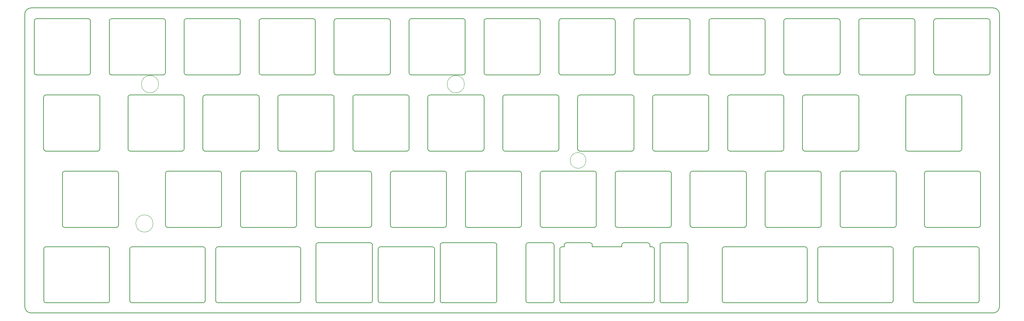
<source format=gbr>
%TF.GenerationSoftware,KiCad,Pcbnew,(7.99.0-267-g8440d7258b)*%
%TF.CreationDate,2023-03-29T00:46:39-07:00*%
%TF.ProjectId,minibaen r2,6d696e69-6261-4656-9e20-72322e6b6963,rev?*%
%TF.SameCoordinates,Original*%
%TF.FileFunction,Profile,NP*%
%FSLAX46Y46*%
G04 Gerber Fmt 4.6, Leading zero omitted, Abs format (unit mm)*
G04 Created by KiCad (PCBNEW (7.99.0-267-g8440d7258b)) date 2023-03-29 00:46:39*
%MOMM*%
%LPD*%
G01*
G04 APERTURE LIST*
%TA.AperFunction,Profile*%
%ADD10C,0.100000*%
%TD*%
%TA.AperFunction,Profile*%
%ADD11C,0.200000*%
%TD*%
G04 APERTURE END LIST*
D10*
X23999261Y-9525000D02*
G75*
G03*
X23999261Y-9525000I-2155261J0D01*
G01*
X22602261Y-44323000D02*
G75*
G03*
X22602261Y-44323000I-2155261J0D01*
G01*
X100199261Y-9525000D02*
G75*
G03*
X100199261Y-9525000I-2155261J0D01*
G01*
X130499656Y-28575000D02*
G75*
G03*
X130499656Y-28575000I-1975656J0D01*
G01*
D11*
X228456250Y-63650000D02*
X228456250Y-50650000D01*
X227956250Y-50150000D02*
X225575000Y-50150000D01*
X225575000Y-64150000D02*
X227956250Y-64150000D01*
X228456200Y-50650000D02*
G75*
G03*
X227956250Y-50150000I-500000J0D01*
G01*
X227956250Y-64150050D02*
G75*
G03*
X228456250Y-63650000I-50J500050D01*
G01*
X212075000Y-50650000D02*
X212075000Y-63650000D01*
X214956250Y-50150000D02*
X212575000Y-50150000D01*
X225575000Y-50150000D02*
X214956250Y-50150000D01*
X214956250Y-64150000D02*
X225575000Y-64150000D01*
X212575000Y-64150000D02*
X214956250Y-64150000D01*
X212575000Y-50150000D02*
G75*
G03*
X212075000Y-50650000I0J-500000D01*
G01*
X212075000Y-63650000D02*
G75*
G03*
X212575000Y-64150000I500000J0D01*
G01*
X207025000Y-63650000D02*
X207025000Y-50650000D01*
X206525000Y-50150000D02*
X201762500Y-50150000D01*
X201762500Y-64150000D02*
X206525000Y-64150000D01*
X207025000Y-50650000D02*
G75*
G03*
X206525000Y-50150000I-500000J0D01*
G01*
X206525000Y-64150000D02*
G75*
G03*
X207025000Y-63650000I0J500000D01*
G01*
X188262500Y-50650000D02*
X188262500Y-63650000D01*
X193525000Y-50150000D02*
X188762500Y-50150000D01*
X201762500Y-50150000D02*
X193525000Y-50150000D01*
X193525000Y-64150000D02*
X201762500Y-64150000D01*
X188762500Y-64150000D02*
X193525000Y-64150000D01*
X188762500Y-50150000D02*
G75*
G03*
X188262500Y-50650000I0J-500000D01*
G01*
X188262500Y-63650000D02*
G75*
G03*
X188762500Y-64150000I500000J0D01*
G01*
X185593750Y-63650000D02*
X185593750Y-50650000D01*
X185093750Y-50150000D02*
X177950000Y-50150000D01*
X177950000Y-64150000D02*
X185093750Y-64150000D01*
X185593700Y-50650000D02*
G75*
G03*
X185093750Y-50150000I-500000J0D01*
G01*
X185093750Y-64150050D02*
G75*
G03*
X185593750Y-63650000I-50J500050D01*
G01*
X164450000Y-50650000D02*
X164450000Y-63650000D01*
X172093750Y-50150000D02*
X164950000Y-50150000D01*
X177950000Y-50150000D02*
X172093750Y-50150000D01*
X172093750Y-64150000D02*
X177950000Y-64150000D01*
X164950000Y-64150000D02*
X172093750Y-64150000D01*
X164950000Y-50150000D02*
G75*
G03*
X164450000Y-50650000I0J-500000D01*
G01*
X164450000Y-63650000D02*
G75*
G03*
X164950000Y-64150000I500000J0D01*
G01*
X132055750Y-50150000D02*
X132055750Y-49650000D01*
X125055750Y-49650000D02*
X125055750Y-50150000D01*
X131555750Y-49150000D02*
X125555750Y-49150000D01*
X125555750Y-49149950D02*
G75*
G03*
X125055750Y-49650000I50J-500050D01*
G01*
X132055700Y-49650000D02*
G75*
G03*
X131555750Y-49150000I-500000J0D01*
G01*
X155931750Y-63650000D02*
X155931750Y-49650000D01*
X148931750Y-49650000D02*
X148931750Y-63650000D01*
X149431750Y-64150000D02*
X155431750Y-64150000D01*
X155431750Y-49150000D02*
X149431750Y-49150000D01*
X155431750Y-64150050D02*
G75*
G03*
X155931750Y-63650000I-50J500050D01*
G01*
X148931800Y-63650000D02*
G75*
G03*
X149431750Y-64150000I500000J0D01*
G01*
X149431750Y-49149950D02*
G75*
G03*
X148931750Y-49650000I50J-500050D01*
G01*
X155931700Y-49650000D02*
G75*
G03*
X155431750Y-49150000I-500000J0D01*
G01*
X147493750Y-63650000D02*
X147493750Y-50650000D01*
X139406750Y-50150000D02*
X137468750Y-50150000D01*
X146993750Y-50150000D02*
X146406750Y-50150000D01*
X145906750Y-64150000D02*
X146993750Y-64150000D01*
X137468750Y-64150000D02*
X139906750Y-64150000D01*
X147493700Y-50650000D02*
G75*
G03*
X146993750Y-50150000I-500000J0D01*
G01*
X146993750Y-64150050D02*
G75*
G03*
X147493750Y-63650000I-50J500050D01*
G01*
X122530750Y-63650000D02*
X122530750Y-49650000D01*
X115530750Y-49650000D02*
X115530750Y-63650000D01*
X116030750Y-64150000D02*
X122030750Y-64150000D01*
X122030750Y-49150000D02*
X116030750Y-49150000D01*
X122030750Y-64150050D02*
G75*
G03*
X122530750Y-63650000I-50J500050D01*
G01*
X115530800Y-63650000D02*
G75*
G03*
X116030750Y-64150000I500000J0D01*
G01*
X116030750Y-49149950D02*
G75*
G03*
X115530750Y-49650000I50J-500050D01*
G01*
X122530700Y-49650000D02*
G75*
G03*
X122030750Y-49150000I-500000J0D01*
G01*
X146406750Y-50150000D02*
X146406750Y-49650000D01*
X139406750Y-49650000D02*
X139406750Y-50150000D01*
X139906750Y-64150000D02*
X145906750Y-64150000D01*
X145906750Y-49150000D02*
X139906750Y-49150000D01*
X139906750Y-49149950D02*
G75*
G03*
X139406750Y-49650000I50J-500050D01*
G01*
X146406700Y-49650000D02*
G75*
G03*
X145906750Y-49150000I-500000J0D01*
G01*
X123968750Y-50650000D02*
X123968750Y-63650000D01*
X125055750Y-50150000D02*
X124468750Y-50150000D01*
X133993750Y-50150000D02*
X132055750Y-50150000D01*
X137468750Y-50150000D02*
X133993750Y-50150000D01*
X131555750Y-64150000D02*
X133993750Y-64150000D01*
X125555750Y-64150000D02*
X131555750Y-64150000D01*
X133993750Y-64150000D02*
X137468750Y-64150000D01*
X124468750Y-64150000D02*
X125555750Y-64150000D01*
X124468750Y-50149950D02*
G75*
G03*
X123968750Y-50650000I50J-500050D01*
G01*
X123968800Y-63650000D02*
G75*
G03*
X124468750Y-64150000I500000J0D01*
G01*
X77287000Y-63650000D02*
X77287000Y-49650000D01*
X76787000Y-64150000D02*
G75*
G03*
X77287000Y-63650000I0J500000D01*
G01*
X77287000Y-49650000D02*
G75*
G03*
X76787000Y-49150000I-500000J0D01*
G01*
X94163000Y-49650000D02*
X94163000Y-63650000D01*
X94663000Y-64150000D02*
X107775000Y-64150000D01*
X107775000Y-49150000D02*
X94663000Y-49150000D01*
X94163000Y-63650000D02*
G75*
G03*
X94663000Y-64150000I500000J0D01*
G01*
X94663000Y-49150000D02*
G75*
G03*
X94163000Y-49650000I0J-500000D01*
G01*
X63175000Y-49650000D02*
X63175000Y-63650000D01*
X63675000Y-64150000D02*
X76787000Y-64150000D01*
X76787000Y-49150000D02*
X63675000Y-49150000D01*
X63175000Y-63650000D02*
G75*
G03*
X63675000Y-64150000I500000J0D01*
G01*
X63675000Y-49150000D02*
G75*
G03*
X63175000Y-49650000I0J-500000D01*
G01*
X108275000Y-63650000D02*
X108275000Y-49650000D01*
X107775000Y-64150000D02*
G75*
G03*
X108275000Y-63650000I0J500000D01*
G01*
X108275000Y-49650000D02*
G75*
G03*
X107775000Y-49150000I-500000J0D01*
G01*
X78725000Y-50650000D02*
X78725000Y-63650000D01*
X92725000Y-63650000D02*
X92725000Y-50650000D01*
X92225000Y-50150000D02*
X79225000Y-50150000D01*
X79225000Y-64150000D02*
X92225000Y-64150000D01*
X79225000Y-50150000D02*
G75*
G03*
X78725000Y-50650000I0J-500000D01*
G01*
X92725000Y-50650000D02*
G75*
G03*
X92225000Y-50150000I-500000J0D01*
G01*
X92225000Y-64150000D02*
G75*
G03*
X92725000Y-63650000I0J500000D01*
G01*
X78725000Y-63650000D02*
G75*
G03*
X79225000Y-64150000I500000J0D01*
G01*
X59387500Y-63650000D02*
X59387500Y-50650000D01*
X58887500Y-50150000D02*
X51743750Y-50150000D01*
X51743750Y-64150000D02*
X58887500Y-64150000D01*
X59387500Y-50650000D02*
G75*
G03*
X58887500Y-50150000I-500000J0D01*
G01*
X58887500Y-64150000D02*
G75*
G03*
X59387500Y-63650000I0J500000D01*
G01*
X38243750Y-50650000D02*
X38243750Y-63650000D01*
X45887500Y-50150000D02*
X38743750Y-50150000D01*
X51743750Y-50150000D02*
X45887500Y-50150000D01*
X45887500Y-64150000D02*
X51743750Y-64150000D01*
X38743750Y-64150000D02*
X45887500Y-64150000D01*
X38743750Y-50149950D02*
G75*
G03*
X38243750Y-50650000I50J-500050D01*
G01*
X38243800Y-63650000D02*
G75*
G03*
X38743750Y-64150000I500000J0D01*
G01*
X35575000Y-63650000D02*
X35575000Y-50650000D01*
X35075000Y-50150000D02*
X30312500Y-50150000D01*
X30312500Y-64150000D02*
X35075000Y-64150000D01*
X35575000Y-50650000D02*
G75*
G03*
X35075000Y-50150000I-500000J0D01*
G01*
X35075000Y-64150000D02*
G75*
G03*
X35575000Y-63650000I0J500000D01*
G01*
X16812500Y-50650000D02*
X16812500Y-63650000D01*
X22075000Y-50150000D02*
X17312500Y-50150000D01*
X30312500Y-50150000D02*
X22075000Y-50150000D01*
X22075000Y-64150000D02*
X30312500Y-64150000D01*
X17312500Y-64150000D02*
X22075000Y-64150000D01*
X17312500Y-50150000D02*
G75*
G03*
X16812500Y-50650000I0J-500000D01*
G01*
X16812500Y-63650000D02*
G75*
G03*
X17312500Y-64150000I500000J0D01*
G01*
X11762500Y-63650000D02*
X11762500Y-50650000D01*
X11262500Y-50150000D02*
X8881250Y-50150000D01*
X8881250Y-64150000D02*
X11262500Y-64150000D01*
X11762500Y-50650000D02*
G75*
G03*
X11262500Y-50150000I-500000J0D01*
G01*
X11262500Y-64150000D02*
G75*
G03*
X11762500Y-63650000I0J500000D01*
G01*
X-4618750Y-50650000D02*
X-4618750Y-63650000D01*
X-1737500Y-50150000D02*
X-4118750Y-50150000D01*
X8881250Y-50150000D02*
X-1737500Y-50150000D01*
X-1737500Y-64150000D02*
X8881250Y-64150000D01*
X-4118750Y-64150000D02*
X-1737500Y-64150000D01*
X-4118750Y-50150000D02*
G75*
G03*
X-4618750Y-50650000I1J-500001D01*
G01*
X-4618750Y-63650000D02*
G75*
G03*
X-4118750Y-64150000I500001J1D01*
G01*
X214825000Y-31785000D02*
X214825000Y-44785000D01*
X228825000Y-44785000D02*
X228825000Y-31785000D01*
X228325000Y-31285000D02*
X215325000Y-31285000D01*
X215325000Y-45285000D02*
X228325000Y-45285000D01*
X215325000Y-31285000D02*
G75*
G03*
X214825000Y-31785000I0J-500000D01*
G01*
X228825000Y-31785000D02*
G75*
G03*
X228325000Y-31285000I-500000J0D01*
G01*
X228325000Y-45285000D02*
G75*
G03*
X228825000Y-44785000I0J500000D01*
G01*
X214825000Y-44785000D02*
G75*
G03*
X215325000Y-45285000I500000J0D01*
G01*
X193810000Y-31785000D02*
X193810000Y-44785000D01*
X207810000Y-44785000D02*
X207810000Y-31785000D01*
X207310000Y-31285000D02*
X194310000Y-31285000D01*
X194310000Y-45285000D02*
X207310000Y-45285000D01*
X194310000Y-31285000D02*
G75*
G03*
X193810000Y-31785000I0J-500000D01*
G01*
X207810000Y-31785000D02*
G75*
G03*
X207310000Y-31285000I-500000J0D01*
G01*
X207310000Y-45285000D02*
G75*
G03*
X207810000Y-44785000I0J500000D01*
G01*
X193810000Y-44785000D02*
G75*
G03*
X194310000Y-45285000I500000J0D01*
G01*
X175130000Y-31785000D02*
X175130000Y-44785000D01*
X189130000Y-44785000D02*
X189130000Y-31785000D01*
X188630000Y-31285000D02*
X175630000Y-31285000D01*
X175630000Y-45285000D02*
X188630000Y-45285000D01*
X175630000Y-31285000D02*
G75*
G03*
X175130000Y-31785000I0J-500000D01*
G01*
X189130000Y-31785000D02*
G75*
G03*
X188630000Y-31285000I-500000J0D01*
G01*
X188630000Y-45285000D02*
G75*
G03*
X189130000Y-44785000I0J500000D01*
G01*
X175130000Y-44785000D02*
G75*
G03*
X175630000Y-45285000I500000J0D01*
G01*
X156450000Y-31785000D02*
X156450000Y-44785000D01*
X170450000Y-44785000D02*
X170450000Y-31785000D01*
X169950000Y-31285000D02*
X156950000Y-31285000D01*
X156950000Y-45285000D02*
X169950000Y-45285000D01*
X156950000Y-31285000D02*
G75*
G03*
X156450000Y-31785000I0J-500000D01*
G01*
X170450000Y-31785000D02*
G75*
G03*
X169950000Y-31285000I-500000J0D01*
G01*
X169950000Y-45285000D02*
G75*
G03*
X170450000Y-44785000I0J500000D01*
G01*
X156450000Y-44785000D02*
G75*
G03*
X156950000Y-45285000I500000J0D01*
G01*
X137770000Y-31785000D02*
X137770000Y-44785000D01*
X151770000Y-44785000D02*
X151770000Y-31785000D01*
X151270000Y-31285000D02*
X138270000Y-31285000D01*
X138270000Y-45285000D02*
X151270000Y-45285000D01*
X138270000Y-31285000D02*
G75*
G03*
X137770000Y-31785000I0J-500000D01*
G01*
X151770000Y-31785000D02*
G75*
G03*
X151270000Y-31285000I-500000J0D01*
G01*
X151270000Y-45285000D02*
G75*
G03*
X151770000Y-44785000I0J500000D01*
G01*
X137770000Y-44785000D02*
G75*
G03*
X138270000Y-45285000I500000J0D01*
G01*
X119090000Y-31785000D02*
X119090000Y-44785000D01*
X133090000Y-44785000D02*
X133090000Y-31785000D01*
X132590000Y-31285000D02*
X119590000Y-31285000D01*
X119590000Y-45285000D02*
X132590000Y-45285000D01*
X119590000Y-31285000D02*
G75*
G03*
X119090000Y-31785000I0J-500000D01*
G01*
X133090000Y-31785000D02*
G75*
G03*
X132590000Y-31285000I-500000J0D01*
G01*
X132590000Y-45285000D02*
G75*
G03*
X133090000Y-44785000I0J500000D01*
G01*
X119090000Y-44785000D02*
G75*
G03*
X119590000Y-45285000I500000J0D01*
G01*
X100410000Y-31785000D02*
X100410000Y-44785000D01*
X114410000Y-44785000D02*
X114410000Y-31785000D01*
X113910000Y-31285000D02*
X100910000Y-31285000D01*
X100910000Y-45285000D02*
X113910000Y-45285000D01*
X100910000Y-31285000D02*
G75*
G03*
X100410000Y-31785000I0J-500000D01*
G01*
X114410000Y-31785000D02*
G75*
G03*
X113910000Y-31285000I-500000J0D01*
G01*
X113910000Y-45285000D02*
G75*
G03*
X114410000Y-44785000I0J500000D01*
G01*
X100410000Y-44785000D02*
G75*
G03*
X100910000Y-45285000I500000J0D01*
G01*
X81730000Y-31785000D02*
X81730000Y-44785000D01*
X95730000Y-44785000D02*
X95730000Y-31785000D01*
X95230000Y-31285000D02*
X82230000Y-31285000D01*
X82230000Y-45285000D02*
X95230000Y-45285000D01*
X82230000Y-31285000D02*
G75*
G03*
X81730000Y-31785000I0J-500000D01*
G01*
X95730000Y-31785000D02*
G75*
G03*
X95230000Y-31285000I-500000J0D01*
G01*
X95230000Y-45285000D02*
G75*
G03*
X95730000Y-44785000I0J500000D01*
G01*
X81730000Y-44785000D02*
G75*
G03*
X82230000Y-45285000I500000J0D01*
G01*
X63050000Y-31785000D02*
X63050000Y-44785000D01*
X77050000Y-44785000D02*
X77050000Y-31785000D01*
X76550000Y-31285000D02*
X63550000Y-31285000D01*
X63550000Y-45285000D02*
X76550000Y-45285000D01*
X63550000Y-31285000D02*
G75*
G03*
X63050000Y-31785000I0J-500000D01*
G01*
X77050000Y-31785000D02*
G75*
G03*
X76550000Y-31285000I-500000J0D01*
G01*
X76550000Y-45285000D02*
G75*
G03*
X77050000Y-44785000I0J500000D01*
G01*
X63050000Y-44785000D02*
G75*
G03*
X63550000Y-45285000I500000J0D01*
G01*
X44370000Y-31785000D02*
X44370000Y-44785000D01*
X58370000Y-44785000D02*
X58370000Y-31785000D01*
X57870000Y-31285000D02*
X44870000Y-31285000D01*
X44870000Y-45285000D02*
X57870000Y-45285000D01*
X44870000Y-31285000D02*
G75*
G03*
X44370000Y-31785000I0J-500000D01*
G01*
X58370000Y-31785000D02*
G75*
G03*
X57870000Y-31285000I-500000J0D01*
G01*
X57870000Y-45285000D02*
G75*
G03*
X58370000Y-44785000I0J500000D01*
G01*
X44370000Y-44785000D02*
G75*
G03*
X44870000Y-45285000I500000J0D01*
G01*
X25690000Y-31785000D02*
X25690000Y-44785000D01*
X39690000Y-44785000D02*
X39690000Y-31785000D01*
X39190000Y-31285000D02*
X26190000Y-31285000D01*
X26190000Y-45285000D02*
X39190000Y-45285000D01*
X26190000Y-31285000D02*
G75*
G03*
X25690000Y-31785000I0J-500000D01*
G01*
X39690000Y-31785000D02*
G75*
G03*
X39190000Y-31285000I-500000J0D01*
G01*
X39190000Y-45285000D02*
G75*
G03*
X39690000Y-44785000I0J500000D01*
G01*
X25690000Y-44785000D02*
G75*
G03*
X26190000Y-45285000I500000J0D01*
G01*
X5000Y-31785000D02*
X5000Y-44785000D01*
X14005000Y-44785000D02*
X14005000Y-31785000D01*
X13505000Y-31285000D02*
X505000Y-31285000D01*
X505000Y-45285000D02*
X13505000Y-45285000D01*
X505000Y-31285000D02*
G75*
G03*
X5000Y-31785000I0J-500000D01*
G01*
X14005000Y-31785000D02*
G75*
G03*
X13505000Y-31285000I-500000J0D01*
G01*
X13505000Y-45285000D02*
G75*
G03*
X14005000Y-44785000I0J500000D01*
G01*
X5000Y-44785000D02*
G75*
G03*
X505000Y-45285000I500000J0D01*
G01*
X210155000Y-12735000D02*
X210155000Y-25735000D01*
X224155000Y-25735000D02*
X224155000Y-12735000D01*
X223655000Y-12235000D02*
X210655000Y-12235000D01*
X210655000Y-26235000D02*
X223655000Y-26235000D01*
X210655000Y-12235000D02*
G75*
G03*
X210155000Y-12735000I0J-500000D01*
G01*
X224155000Y-12735000D02*
G75*
G03*
X223655000Y-12235000I-500000J0D01*
G01*
X223655000Y-26235000D02*
G75*
G03*
X224155000Y-25735000I0J500000D01*
G01*
X210155000Y-25735000D02*
G75*
G03*
X210655000Y-26235000I500000J0D01*
G01*
X184470000Y-12735000D02*
X184470000Y-25735000D01*
X198470000Y-25735000D02*
X198470000Y-12735000D01*
X197970000Y-12235000D02*
X184970000Y-12235000D01*
X184970000Y-26235000D02*
X197970000Y-26235000D01*
X184970000Y-12235000D02*
G75*
G03*
X184470000Y-12735000I0J-500000D01*
G01*
X198470000Y-12735000D02*
G75*
G03*
X197970000Y-12235000I-500000J0D01*
G01*
X197970000Y-26235000D02*
G75*
G03*
X198470000Y-25735000I0J500000D01*
G01*
X184470000Y-25735000D02*
G75*
G03*
X184970000Y-26235000I500000J0D01*
G01*
X165790000Y-12735000D02*
X165790000Y-25735000D01*
X179790000Y-25735000D02*
X179790000Y-12735000D01*
X179290000Y-12235000D02*
X166290000Y-12235000D01*
X166290000Y-26235000D02*
X179290000Y-26235000D01*
X166290000Y-12235000D02*
G75*
G03*
X165790000Y-12735000I0J-500000D01*
G01*
X179790000Y-12735000D02*
G75*
G03*
X179290000Y-12235000I-500000J0D01*
G01*
X179290000Y-26235000D02*
G75*
G03*
X179790000Y-25735000I0J500000D01*
G01*
X165790000Y-25735000D02*
G75*
G03*
X166290000Y-26235000I500000J0D01*
G01*
X147110000Y-12735000D02*
X147110000Y-25735000D01*
X161110000Y-25735000D02*
X161110000Y-12735000D01*
X160610000Y-12235000D02*
X147610000Y-12235000D01*
X147610000Y-26235000D02*
X160610000Y-26235000D01*
X147610000Y-12235000D02*
G75*
G03*
X147110000Y-12735000I0J-500000D01*
G01*
X161110000Y-12735000D02*
G75*
G03*
X160610000Y-12235000I-500000J0D01*
G01*
X160610000Y-26235000D02*
G75*
G03*
X161110000Y-25735000I0J500000D01*
G01*
X147110000Y-25735000D02*
G75*
G03*
X147610000Y-26235000I500000J0D01*
G01*
X128430000Y-12735000D02*
X128430000Y-25735000D01*
X142430000Y-25735000D02*
X142430000Y-12735000D01*
X141930000Y-12235000D02*
X128930000Y-12235000D01*
X128930000Y-26235000D02*
X141930000Y-26235000D01*
X128930000Y-12235000D02*
G75*
G03*
X128430000Y-12735000I0J-500000D01*
G01*
X142430000Y-12735000D02*
G75*
G03*
X141930000Y-12235000I-500000J0D01*
G01*
X141930000Y-26235000D02*
G75*
G03*
X142430000Y-25735000I0J500000D01*
G01*
X128430000Y-25735000D02*
G75*
G03*
X128930000Y-26235000I500000J0D01*
G01*
X109750000Y-12735000D02*
X109750000Y-25735000D01*
X123750000Y-25735000D02*
X123750000Y-12735000D01*
X123250000Y-12235000D02*
X110250000Y-12235000D01*
X110250000Y-26235000D02*
X123250000Y-26235000D01*
X110250000Y-12235000D02*
G75*
G03*
X109750000Y-12735000I0J-500000D01*
G01*
X123750000Y-12735000D02*
G75*
G03*
X123250000Y-12235000I-500000J0D01*
G01*
X123250000Y-26235000D02*
G75*
G03*
X123750000Y-25735000I0J500000D01*
G01*
X109750000Y-25735000D02*
G75*
G03*
X110250000Y-26235000I500000J0D01*
G01*
X91070000Y-12735000D02*
X91070000Y-25735000D01*
X105070000Y-25735000D02*
X105070000Y-12735000D01*
X104570000Y-12235000D02*
X91570000Y-12235000D01*
X91570000Y-26235000D02*
X104570000Y-26235000D01*
X91570000Y-12235000D02*
G75*
G03*
X91070000Y-12735000I0J-500000D01*
G01*
X105070000Y-12735000D02*
G75*
G03*
X104570000Y-12235000I-500000J0D01*
G01*
X104570000Y-26235000D02*
G75*
G03*
X105070000Y-25735000I0J500000D01*
G01*
X91070000Y-25735000D02*
G75*
G03*
X91570000Y-26235000I500000J0D01*
G01*
X72390000Y-12735000D02*
X72390000Y-25735000D01*
X86390000Y-25735000D02*
X86390000Y-12735000D01*
X85890000Y-12235000D02*
X72890000Y-12235000D01*
X72890000Y-26235000D02*
X85890000Y-26235000D01*
X72890000Y-12235000D02*
G75*
G03*
X72390000Y-12735000I0J-500000D01*
G01*
X86390000Y-12735000D02*
G75*
G03*
X85890000Y-12235000I-500000J0D01*
G01*
X85890000Y-26235000D02*
G75*
G03*
X86390000Y-25735000I0J500000D01*
G01*
X72390000Y-25735000D02*
G75*
G03*
X72890000Y-26235000I500000J0D01*
G01*
X53710000Y-12735000D02*
X53710000Y-25735000D01*
X67710000Y-25735000D02*
X67710000Y-12735000D01*
X67210000Y-12235000D02*
X54210000Y-12235000D01*
X54210000Y-26235000D02*
X67210000Y-26235000D01*
X54210000Y-12235000D02*
G75*
G03*
X53710000Y-12735000I0J-500000D01*
G01*
X67710000Y-12735000D02*
G75*
G03*
X67210000Y-12235000I-500000J0D01*
G01*
X67210000Y-26235000D02*
G75*
G03*
X67710000Y-25735000I0J500000D01*
G01*
X53710000Y-25735000D02*
G75*
G03*
X54210000Y-26235000I500000J0D01*
G01*
X35030000Y-12735000D02*
X35030000Y-25735000D01*
X49030000Y-25735000D02*
X49030000Y-12735000D01*
X48530000Y-12235000D02*
X35530000Y-12235000D01*
X35530000Y-26235000D02*
X48530000Y-26235000D01*
X35530000Y-12235000D02*
G75*
G03*
X35030000Y-12735000I0J-500000D01*
G01*
X49030000Y-12735000D02*
G75*
G03*
X48530000Y-12235000I-500000J0D01*
G01*
X48530000Y-26235000D02*
G75*
G03*
X49030000Y-25735000I0J500000D01*
G01*
X35030000Y-25735000D02*
G75*
G03*
X35530000Y-26235000I500000J0D01*
G01*
X16350000Y-12735000D02*
X16350000Y-25735000D01*
X30350000Y-25735000D02*
X30350000Y-12735000D01*
X29850000Y-12235000D02*
X16850000Y-12235000D01*
X16850000Y-26235000D02*
X29850000Y-26235000D01*
X16850000Y-12235000D02*
G75*
G03*
X16350000Y-12735000I0J-500000D01*
G01*
X30350000Y-12735000D02*
G75*
G03*
X29850000Y-12235000I-500000J0D01*
G01*
X29850000Y-26235000D02*
G75*
G03*
X30350000Y-25735000I0J500000D01*
G01*
X16350000Y-25735000D02*
G75*
G03*
X16850000Y-26235000I500000J0D01*
G01*
X-4665000Y-12735000D02*
X-4665000Y-25735000D01*
X9335000Y-25735000D02*
X9335000Y-12735000D01*
X8835000Y-12235000D02*
X-4165000Y-12235000D01*
X-4165000Y-26235000D02*
X8835000Y-26235000D01*
X-4165000Y-12235000D02*
G75*
G03*
X-4665000Y-12735000I1J-500001D01*
G01*
X9335000Y-12735000D02*
G75*
G03*
X8835000Y-12235000I-500000J0D01*
G01*
X8835000Y-26235000D02*
G75*
G03*
X9335000Y-25735000I0J500000D01*
G01*
X-4665000Y-25735000D02*
G75*
G03*
X-4165000Y-26235000I500001J1D01*
G01*
X217160000Y6315000D02*
X217160000Y-6685000D01*
X231160000Y-6685000D02*
X231160000Y6315000D01*
X230660000Y6815000D02*
X217660000Y6815000D01*
X217660000Y-7185000D02*
X230660000Y-7185000D01*
X217660000Y6815000D02*
G75*
G03*
X217160000Y6315000I0J-500000D01*
G01*
X231160000Y6315000D02*
G75*
G03*
X230660000Y6815000I-500000J0D01*
G01*
X230660000Y-7185000D02*
G75*
G03*
X231160000Y-6685000I0J500000D01*
G01*
X217160000Y-6685000D02*
G75*
G03*
X217660000Y-7185000I500000J0D01*
G01*
X198480000Y6315000D02*
X198480000Y-6685000D01*
X212480000Y-6685000D02*
X212480000Y6315000D01*
X211980000Y6815000D02*
X198980000Y6815000D01*
X198980000Y-7185000D02*
X211980000Y-7185000D01*
X198980000Y6815000D02*
G75*
G03*
X198480000Y6315000I0J-500000D01*
G01*
X212480000Y6315000D02*
G75*
G03*
X211980000Y6815000I-500000J0D01*
G01*
X211980000Y-7185000D02*
G75*
G03*
X212480000Y-6685000I0J500000D01*
G01*
X198480000Y-6685000D02*
G75*
G03*
X198980000Y-7185000I500000J0D01*
G01*
X179800000Y6315000D02*
X179800000Y-6685000D01*
X193800000Y-6685000D02*
X193800000Y6315000D01*
X193300000Y6815000D02*
X180300000Y6815000D01*
X180300000Y-7185000D02*
X193300000Y-7185000D01*
X180300000Y6815000D02*
G75*
G03*
X179800000Y6315000I0J-500000D01*
G01*
X193800000Y6315000D02*
G75*
G03*
X193300000Y6815000I-500000J0D01*
G01*
X193300000Y-7185000D02*
G75*
G03*
X193800000Y-6685000I0J500000D01*
G01*
X179800000Y-6685000D02*
G75*
G03*
X180300000Y-7185000I500000J0D01*
G01*
X161120000Y6315000D02*
X161120000Y-6685000D01*
X175120000Y-6685000D02*
X175120000Y6315000D01*
X174620000Y6815000D02*
X161620000Y6815000D01*
X161620000Y-7185000D02*
X174620000Y-7185000D01*
X161620000Y6815000D02*
G75*
G03*
X161120000Y6315000I0J-500000D01*
G01*
X175120000Y6315000D02*
G75*
G03*
X174620000Y6815000I-500000J0D01*
G01*
X174620000Y-7185000D02*
G75*
G03*
X175120000Y-6685000I0J500000D01*
G01*
X161120000Y-6685000D02*
G75*
G03*
X161620000Y-7185000I500000J0D01*
G01*
X142440000Y6315000D02*
X142440000Y-6685000D01*
X156440000Y-6685000D02*
X156440000Y6315000D01*
X155940000Y6815000D02*
X142940000Y6815000D01*
X142940000Y-7185000D02*
X155940000Y-7185000D01*
X142940000Y6815000D02*
G75*
G03*
X142440000Y6315000I0J-500000D01*
G01*
X156440000Y6315000D02*
G75*
G03*
X155940000Y6815000I-500000J0D01*
G01*
X155940000Y-7185000D02*
G75*
G03*
X156440000Y-6685000I0J500000D01*
G01*
X142440000Y-6685000D02*
G75*
G03*
X142940000Y-7185000I500000J0D01*
G01*
X123760000Y6315000D02*
X123760000Y-6685000D01*
X137760000Y-6685000D02*
X137760000Y6315000D01*
X137260000Y6815000D02*
X124260000Y6815000D01*
X124260000Y-7185000D02*
X137260000Y-7185000D01*
X124260000Y6815000D02*
G75*
G03*
X123760000Y6315000I0J-500000D01*
G01*
X137760000Y6315000D02*
G75*
G03*
X137260000Y6815000I-500000J0D01*
G01*
X137260000Y-7185000D02*
G75*
G03*
X137760000Y-6685000I0J500000D01*
G01*
X123760000Y-6685000D02*
G75*
G03*
X124260000Y-7185000I500000J0D01*
G01*
X105080000Y6315000D02*
X105080000Y-6685000D01*
X119080000Y-6685000D02*
X119080000Y6315000D01*
X118580000Y6815000D02*
X105580000Y6815000D01*
X105580000Y-7185000D02*
X118580000Y-7185000D01*
X105580000Y6815000D02*
G75*
G03*
X105080000Y6315000I0J-500000D01*
G01*
X119080000Y6315000D02*
G75*
G03*
X118580000Y6815000I-500000J0D01*
G01*
X118580000Y-7185000D02*
G75*
G03*
X119080000Y-6685000I0J500000D01*
G01*
X105080000Y-6685000D02*
G75*
G03*
X105580000Y-7185000I500000J0D01*
G01*
X86400000Y6315000D02*
X86400000Y-6685000D01*
X100400000Y-6685000D02*
X100400000Y6315000D01*
X99900000Y6815000D02*
X86900000Y6815000D01*
X86900000Y-7185000D02*
X99900000Y-7185000D01*
X86900000Y6815000D02*
G75*
G03*
X86400000Y6315000I0J-500000D01*
G01*
X100400000Y6315000D02*
G75*
G03*
X99900000Y6815000I-500000J0D01*
G01*
X99900000Y-7185000D02*
G75*
G03*
X100400000Y-6685000I0J500000D01*
G01*
X86400000Y-6685000D02*
G75*
G03*
X86900000Y-7185000I500000J0D01*
G01*
X67720000Y6315000D02*
X67720000Y-6685000D01*
X81720000Y-6685000D02*
X81720000Y6315000D01*
X81220000Y6815000D02*
X68220000Y6815000D01*
X68220000Y-7185000D02*
X81220000Y-7185000D01*
X68220000Y6815000D02*
G75*
G03*
X67720000Y6315000I0J-500000D01*
G01*
X81720000Y6315000D02*
G75*
G03*
X81220000Y6815000I-500000J0D01*
G01*
X81220000Y-7185000D02*
G75*
G03*
X81720000Y-6685000I0J500000D01*
G01*
X67720000Y-6685000D02*
G75*
G03*
X68220000Y-7185000I500000J0D01*
G01*
X49040000Y6315000D02*
X49040000Y-6685000D01*
X63040000Y-6685000D02*
X63040000Y6315000D01*
X62540000Y6815000D02*
X49540000Y6815000D01*
X49540000Y-7185000D02*
X62540000Y-7185000D01*
X49540000Y6815000D02*
G75*
G03*
X49040000Y6315000I0J-500000D01*
G01*
X63040000Y6315000D02*
G75*
G03*
X62540000Y6815000I-500000J0D01*
G01*
X62540000Y-7185000D02*
G75*
G03*
X63040000Y-6685000I0J500000D01*
G01*
X49040000Y-6685000D02*
G75*
G03*
X49540000Y-7185000I500000J0D01*
G01*
X30360000Y6315000D02*
X30360000Y-6685000D01*
X44360000Y-6685000D02*
X44360000Y6315000D01*
X43860000Y6815000D02*
X30860000Y6815000D01*
X30860000Y-7185000D02*
X43860000Y-7185000D01*
X30860000Y6815000D02*
G75*
G03*
X30360000Y6315000I0J-500000D01*
G01*
X44360000Y6315000D02*
G75*
G03*
X43860000Y6815000I-500000J0D01*
G01*
X43860000Y-7185000D02*
G75*
G03*
X44360000Y-6685000I0J500000D01*
G01*
X30360000Y-6685000D02*
G75*
G03*
X30860000Y-7185000I500000J0D01*
G01*
X11680000Y6315000D02*
X11680000Y-6685000D01*
X25680000Y-6685000D02*
X25680000Y6315000D01*
X25180000Y6815000D02*
X12180000Y6815000D01*
X12180000Y-7185000D02*
X25180000Y-7185000D01*
X12180000Y6815000D02*
G75*
G03*
X11680000Y6315000I0J-500000D01*
G01*
X25680000Y6315000D02*
G75*
G03*
X25180000Y6815000I-500000J0D01*
G01*
X25180000Y-7185000D02*
G75*
G03*
X25680000Y-6685000I0J500000D01*
G01*
X11680000Y-6685000D02*
G75*
G03*
X12180000Y-7185000I500000J0D01*
G01*
X-7000000Y6315000D02*
X-7000000Y-6685000D01*
X7000000Y-6685000D02*
X7000000Y6315000D01*
X6500000Y6815000D02*
X-6500000Y6815000D01*
X-6500000Y-7185000D02*
X6500000Y-7185000D01*
X-6500000Y6815000D02*
G75*
G03*
X-7000000Y6315000I1J-500001D01*
G01*
X7000000Y6315000D02*
G75*
G03*
X6500000Y6815000I-500000J0D01*
G01*
X6500000Y-7185000D02*
G75*
G03*
X7000000Y-6685000I0J500000D01*
G01*
X-7000000Y-6685000D02*
G75*
G03*
X-6500000Y-7185000I500001J1D01*
G01*
X-9363750Y-65087500D02*
G75*
G03*
X-7776250Y-66675000I1587478J-22D01*
G01*
X-7776250Y9525000D02*
X231936250Y9525000D01*
X231936250Y-66674950D02*
G75*
G03*
X233523750Y-65087500I-50J1587550D01*
G01*
X233523700Y7937500D02*
G75*
G03*
X231936250Y9525000I-1587500J0D01*
G01*
X-7776250Y9525000D02*
G75*
G03*
X-9363750Y7937500I-3J-1587497D01*
G01*
X-9363750Y-65087500D02*
X-9363750Y7937500D01*
X233523750Y7937500D02*
X233523750Y-65087500D01*
X231936250Y-66675000D02*
X-7776250Y-66675000D01*
M02*

</source>
